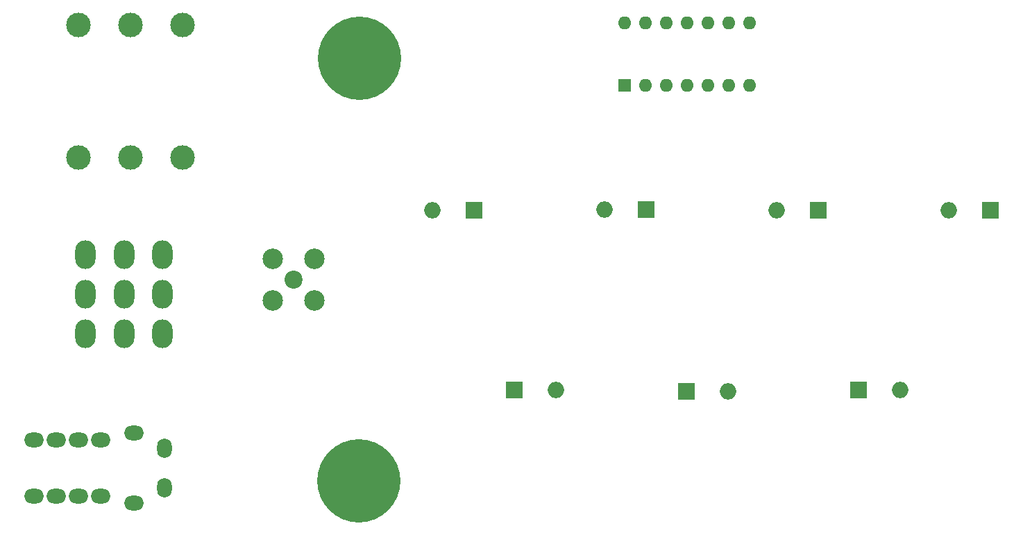
<source format=gts>
%TF.GenerationSoftware,KiCad,Pcbnew,8.0.1*%
%TF.CreationDate,2024-03-27T19:35:34-03:00*%
%TF.ProjectId,ampsight,616d7073-6967-4687-942e-6b696361645f,rev?*%
%TF.SameCoordinates,Original*%
%TF.FileFunction,Soldermask,Top*%
%TF.FilePolarity,Negative*%
%FSLAX46Y46*%
G04 Gerber Fmt 4.6, Leading zero omitted, Abs format (unit mm)*
G04 Created by KiCad (PCBNEW 8.0.1) date 2024-03-27 19:35:34*
%MOMM*%
%LPD*%
G01*
G04 APERTURE LIST*
%ADD10R,2.000000X2.000000*%
%ADD11O,2.000000X2.000000*%
%ADD12R,1.600000X1.600000*%
%ADD13O,1.600000X1.600000*%
%ADD14C,10.160000*%
%ADD15O,2.500000X3.500000*%
%ADD16O,2.400000X1.800000*%
%ADD17O,1.800000X2.400000*%
%ADD18C,3.000000*%
%ADD19C,2.200000*%
%ADD20C,2.500000*%
G04 APERTURE END LIST*
D10*
%TO.C,R7*%
X200000000Y-91055000D03*
D11*
X194920000Y-91055000D03*
%TD*%
%TO.C,R6*%
X189000000Y-112945000D03*
D10*
X183920000Y-112945000D03*
%TD*%
%TO.C,R5*%
X179000000Y-91055000D03*
D11*
X173920000Y-91055000D03*
%TD*%
%TO.C,R4*%
X168000000Y-113111666D03*
D10*
X162920000Y-113111666D03*
%TD*%
%TO.C,R3*%
X158000000Y-90971666D03*
D11*
X152920000Y-90971666D03*
%TD*%
%TO.C,R2*%
X147000000Y-112945000D03*
D10*
X141920000Y-112945000D03*
%TD*%
%TO.C,R1*%
X137040000Y-91055000D03*
D11*
X131960000Y-91055000D03*
%TD*%
D12*
%TO.C,SW1*%
X155375000Y-75767500D03*
D13*
X157915000Y-75767500D03*
X160455000Y-75767500D03*
X162995000Y-75767500D03*
X165535000Y-75767500D03*
X168075000Y-75767500D03*
X170615000Y-75767500D03*
X170615000Y-68147500D03*
X168075000Y-68147500D03*
X165535000Y-68147500D03*
X162995000Y-68147500D03*
X160455000Y-68147500D03*
X157915000Y-68147500D03*
X155375000Y-68147500D03*
%TD*%
D14*
%TO.C,J7*%
X123000000Y-72500000D03*
%TD*%
D15*
%TO.C,SW2*%
X89600000Y-96420000D03*
X94300000Y-96420000D03*
X99000000Y-96420000D03*
X89600000Y-101250000D03*
X94300000Y-101250000D03*
X99000000Y-101250000D03*
X89600000Y-106080000D03*
X94300000Y-106080000D03*
X99000000Y-106080000D03*
%TD*%
D14*
%TO.C,J8*%
X122980000Y-124020000D03*
%TD*%
D16*
%TO.C,J2*%
X95500000Y-118250000D03*
X91450000Y-119050000D03*
X91450000Y-125950000D03*
X88750000Y-119050000D03*
X88750000Y-125950000D03*
X86050000Y-119050000D03*
X86050000Y-125950000D03*
X83350000Y-119050000D03*
X83350000Y-125950000D03*
D17*
X99240000Y-120100000D03*
X99250000Y-124900000D03*
D16*
X95500000Y-126750000D03*
%TD*%
D18*
%TO.C,J1*%
X95085000Y-84615000D03*
X95085000Y-68385000D03*
X88735000Y-84615000D03*
X88735000Y-68385000D03*
X101435000Y-84615000D03*
X101435000Y-68385000D03*
%TD*%
D19*
%TO.C,J6*%
X114960000Y-99540000D03*
D20*
X112420000Y-97000000D03*
X112420000Y-102080000D03*
X117500000Y-97000000D03*
X117500000Y-102080000D03*
%TD*%
M02*

</source>
